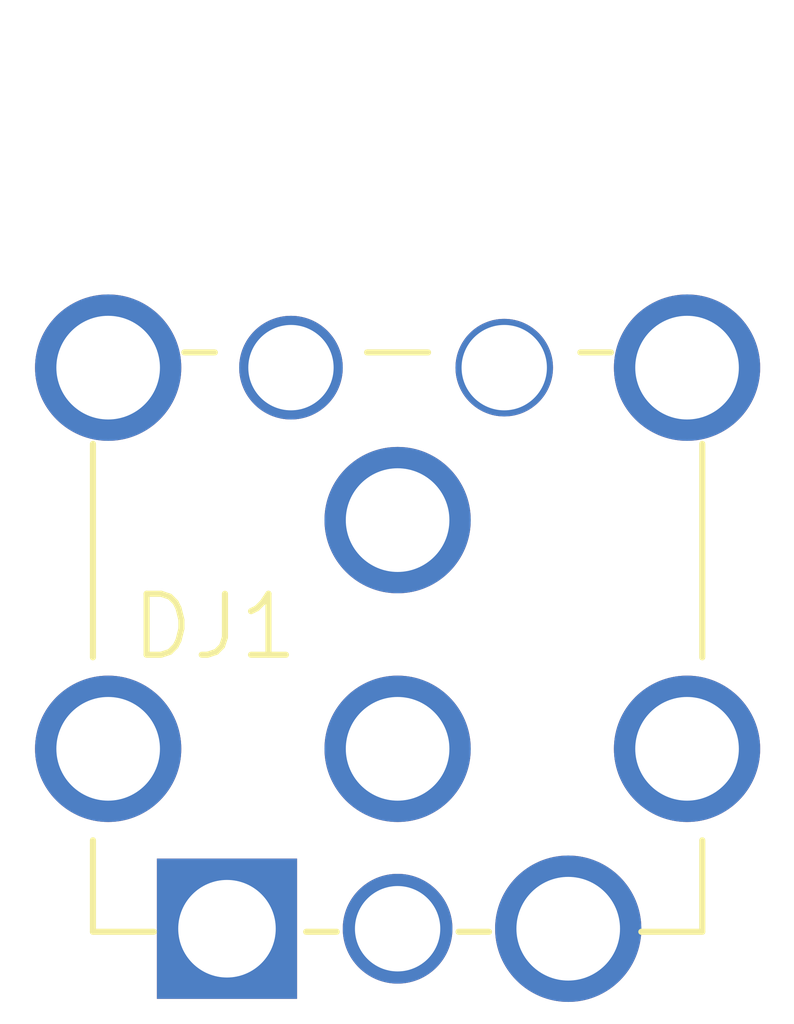
<source format=kicad_pcb>
(kicad_pcb (version 20240108) (generator "pcbnew") (generator_version "8.0")
  (layers (0 "F.Cu" signal) (31 "B.Cu" signal) (34 "B.Paste" user) (35 "F.Paste" user) (36 "B.SilkS" user "B.Silkscreen") (37 "F.SilkS" user "F.Silkscreen") (38 "B.Mask" user) (39 "F.Mask" user) (44 "Edge.Cuts" user))
  (net 0 "")
  (footprint "mypretties:lenovo_hp_dell_7.4x5mm_dc" (layer "F.Cu") (at 139.7 104.05)
    (property "Reference" "DJ1" (at -3 -2 0) (layer "F.SilkS") (effects (font (thickness 0.1))))
    (property "Value" "~")
    (fp_line (start -5 -1.5) (end -5 -5) (stroke (width 0.1)) (layer "F.SilkS"))
    (fp_line (start -5 1.5) (end -5 3) (stroke (width 0.1)) (layer "F.SilkS"))
    (fp_line (start -5 3) (end -4 3) (stroke (width 0.1)) (layer "F.SilkS"))
    (fp_line (start -3.5 -6.5) (end -3 -6.5) (stroke (width 0.1)) (layer "F.SilkS"))
    (fp_line (start -1 3) (end -1.5 3) (stroke (width 0.1)) (layer "F.SilkS"))
    (fp_line (start -0.5 -6.5) (end 0.5 -6.5) (stroke (width 0.1)) (layer "F.SilkS"))
    (fp_line (start 1.5 3) (end 1 3) (stroke (width 0.1)) (layer "F.SilkS"))
    (fp_line (start 3 -6.5) (end 3.5 -6.5) (stroke (width 0.1)) (layer "F.SilkS"))
    (fp_line (start 5 -5) (end 5 -1.5) (stroke (width 0.1)) (layer "F.SilkS"))
    (fp_line (start 5 1.5) (end 5 3) (stroke (width 0.1)) (layer "F.SilkS"))
    (fp_line (start 5 3) (end 4 3) (stroke (width 0.1)) (layer "F.SilkS"))
    (pad "" thru_hole circle (at -1.75 -6.25) (size 1.7 1.7) (drill 1.4) (layers "*.Cu" "*.Mask"))
    (pad "" thru_hole circle (at 1.75 -6.25) (size 1.6 1.6) (drill 1.4) (layers "*.Cu" "*.Mask"))
    (pad "1" thru_hole rect (at -2.8 2.95) (size 2.3 2.3) (drill 1.6) (layers "*.Cu" "*.Mask"))
    (pad "2" thru_hole circle (at 0 2.95) (size 1.8 1.8) (drill 1.4) (layers "*.Cu" "*.Mask"))
    (pad "3" thru_hole circle (at 2.8 2.95) (size 2.4 2.4) (drill 1.7) (layers "*.Cu" "*.Mask"))
    (pad "4" thru_hole circle (at 4.75 0) (size 2.4 2.4) (drill 1.7) (layers "*.Cu" "*.Mask"))
    (pad "5" thru_hole circle (at 4.75 -6.25) (size 2.4 2.4) (drill 1.7) (layers "*.Cu" "*.Mask"))
    (pad "6" thru_hole circle (at 0 -3.75) (size 2.4 2.4) (drill 1.7) (layers "*.Cu" "*.Mask"))
    (pad "7" thru_hole circle (at 0 0) (size 2.4 2.4) (drill 1.7) (layers "*.Cu" "*.Mask"))
    (pad "8" thru_hole circle (at -4.75 -6.25) (size 2.4 2.4) (drill 1.7) (layers "*.Cu" "*.Mask"))
    (pad "9" thru_hole circle (at -4.75 0) (size 2.4 2.4) (drill 1.7) (layers "*.Cu" "*.Mask"))
  )
)
</source>
